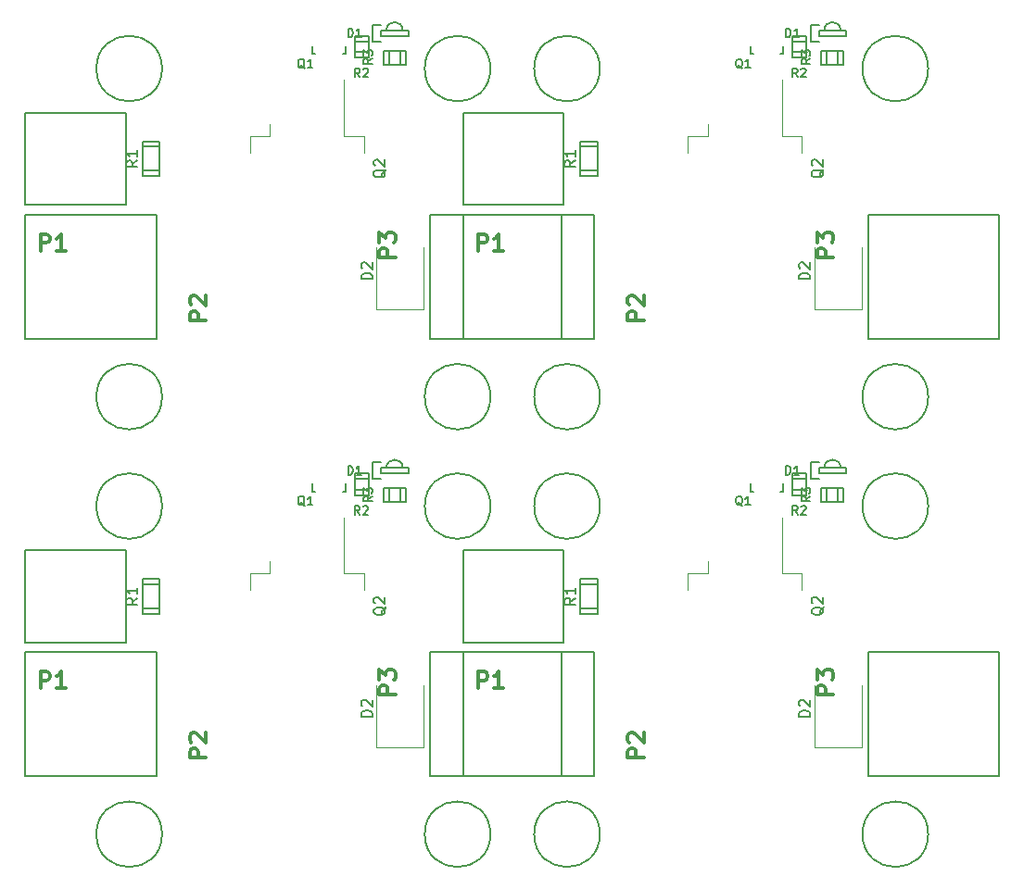
<source format=gbr>
G04 #@! TF.GenerationSoftware,KiCad,Pcbnew,(5.1.5)-3*
G04 #@! TF.CreationDate,2019-12-17T16:33:14+01:00*
G04 #@! TF.ProjectId,Copper,436f7070-6572-42e6-9b69-6361645f7063,rev?*
G04 #@! TF.SameCoordinates,Original*
G04 #@! TF.FileFunction,Legend,Top*
G04 #@! TF.FilePolarity,Positive*
%FSLAX46Y46*%
G04 Gerber Fmt 4.6, Leading zero omitted, Abs format (unit mm)*
G04 Created by KiCad (PCBNEW (5.1.5)-3) date 2019-12-17 16:33:14*
%MOMM*%
%LPD*%
G04 APERTURE LIST*
%ADD10C,0.150000*%
%ADD11C,0.120000*%
%ADD12C,0.300000*%
%ADD13C,0.200000*%
G04 APERTURE END LIST*
D10*
X126500000Y-128500000D02*
G75*
G03X126500000Y-128500000I-3000000J0D01*
G01*
X114000000Y-102550000D02*
X123200000Y-102550000D01*
X123200000Y-102550000D02*
X123200000Y-110950000D01*
X123200000Y-110950000D02*
X114000000Y-110950000D01*
X114000000Y-102550000D02*
X114000000Y-110950000D01*
X126500000Y-98500000D02*
G75*
G03X126500000Y-98500000I-3000000J0D01*
G01*
X140250180Y-97150240D02*
X140250180Y-96449200D01*
X140450840Y-97150240D02*
X140250180Y-97150240D01*
X143249820Y-97150240D02*
X143000900Y-97150240D01*
X143249820Y-96449200D02*
X143249820Y-97150240D01*
X140450840Y-97150240D02*
X140499100Y-97150240D01*
X156500000Y-98500000D02*
G75*
G03X156500000Y-98500000I-3000000J0D01*
G01*
X156500000Y-128500000D02*
G75*
G03X156500000Y-128500000I-3000000J0D01*
G01*
X114000000Y-123220000D02*
X126000000Y-123220000D01*
X114000000Y-111860000D02*
X114000000Y-123220000D01*
X126000000Y-111860000D02*
X114000000Y-111860000D01*
X126000000Y-123220000D02*
X126000000Y-111860000D01*
X163000000Y-111860000D02*
X151000000Y-111860000D01*
X163000000Y-123220000D02*
X163000000Y-111860000D01*
X151000000Y-123220000D02*
X163000000Y-123220000D01*
X151000000Y-111860000D02*
X151000000Y-123220000D01*
D11*
X144950000Y-106175000D02*
X144950000Y-104675000D01*
X144950000Y-104675000D02*
X143140000Y-104675000D01*
X143140000Y-104675000D02*
X143140000Y-99550000D01*
X134550000Y-106175000D02*
X134550000Y-104675000D01*
X134550000Y-104675000D02*
X136360000Y-104675000D01*
X136360000Y-104675000D02*
X136360000Y-103575000D01*
D10*
X147250000Y-98150000D02*
X147250000Y-96875000D01*
X148250000Y-98125000D02*
X148250000Y-96875000D01*
X146750000Y-98125000D02*
X148750000Y-98125000D01*
X146750000Y-96875000D02*
X146750000Y-98125000D01*
X148750000Y-96875000D02*
X146750000Y-96875000D01*
X148750000Y-98125000D02*
X148750000Y-96875000D01*
X145400000Y-97000000D02*
X144125000Y-97000000D01*
X145375000Y-96000000D02*
X144125000Y-96000000D01*
X145375000Y-97500000D02*
X145375000Y-95500000D01*
X144125000Y-97500000D02*
X145375000Y-97500000D01*
X144125000Y-95500000D02*
X144125000Y-97500000D01*
X145375000Y-95500000D02*
X144125000Y-95500000D01*
X124700000Y-105650000D02*
X126300000Y-105650000D01*
X124700000Y-107850000D02*
X126300000Y-107850000D01*
X124700000Y-105150000D02*
X124700000Y-108350000D01*
X126300000Y-105150000D02*
X124700000Y-105150000D01*
X126300000Y-108350000D02*
X126300000Y-105150000D01*
X124700000Y-108350000D02*
X126300000Y-108350000D01*
X145750000Y-96000000D02*
X145750000Y-94500000D01*
X146500000Y-96000000D02*
X145750000Y-96000000D01*
X146500000Y-94500000D02*
X145750000Y-94500000D01*
X148500000Y-95000000D02*
G75*
G03X147000000Y-95000000I-750000J0D01*
G01*
X146500000Y-95000000D02*
X146500000Y-95500000D01*
X149000000Y-95000000D02*
X146500000Y-95000000D01*
X149000000Y-95500000D02*
X149000000Y-95000000D01*
X146500000Y-95500000D02*
X149000000Y-95500000D01*
D11*
X146100000Y-120550000D02*
X150400000Y-120550000D01*
X150400000Y-120550000D02*
X150400000Y-114850000D01*
X146100000Y-120550000D02*
X146100000Y-114850000D01*
D10*
X86500000Y-128500000D02*
G75*
G03X86500000Y-128500000I-3000000J0D01*
G01*
X74000000Y-102550000D02*
X83200000Y-102550000D01*
X83200000Y-102550000D02*
X83200000Y-110950000D01*
X83200000Y-110950000D02*
X74000000Y-110950000D01*
X74000000Y-102550000D02*
X74000000Y-110950000D01*
X86500000Y-98500000D02*
G75*
G03X86500000Y-98500000I-3000000J0D01*
G01*
X100250180Y-97150240D02*
X100250180Y-96449200D01*
X100450840Y-97150240D02*
X100250180Y-97150240D01*
X103249820Y-97150240D02*
X103000900Y-97150240D01*
X103249820Y-96449200D02*
X103249820Y-97150240D01*
X100450840Y-97150240D02*
X100499100Y-97150240D01*
X116500000Y-98500000D02*
G75*
G03X116500000Y-98500000I-3000000J0D01*
G01*
X116500000Y-128500000D02*
G75*
G03X116500000Y-128500000I-3000000J0D01*
G01*
X74000000Y-123220000D02*
X86000000Y-123220000D01*
X74000000Y-111860000D02*
X74000000Y-123220000D01*
X86000000Y-111860000D02*
X74000000Y-111860000D01*
X86000000Y-123220000D02*
X86000000Y-111860000D01*
X123000000Y-111860000D02*
X111000000Y-111860000D01*
X123000000Y-123220000D02*
X123000000Y-111860000D01*
X111000000Y-123220000D02*
X123000000Y-123220000D01*
X111000000Y-111860000D02*
X111000000Y-123220000D01*
D11*
X104950000Y-106175000D02*
X104950000Y-104675000D01*
X104950000Y-104675000D02*
X103140000Y-104675000D01*
X103140000Y-104675000D02*
X103140000Y-99550000D01*
X94550000Y-106175000D02*
X94550000Y-104675000D01*
X94550000Y-104675000D02*
X96360000Y-104675000D01*
X96360000Y-104675000D02*
X96360000Y-103575000D01*
D10*
X107250000Y-98150000D02*
X107250000Y-96875000D01*
X108250000Y-98125000D02*
X108250000Y-96875000D01*
X106750000Y-98125000D02*
X108750000Y-98125000D01*
X106750000Y-96875000D02*
X106750000Y-98125000D01*
X108750000Y-96875000D02*
X106750000Y-96875000D01*
X108750000Y-98125000D02*
X108750000Y-96875000D01*
X105400000Y-97000000D02*
X104125000Y-97000000D01*
X105375000Y-96000000D02*
X104125000Y-96000000D01*
X105375000Y-97500000D02*
X105375000Y-95500000D01*
X104125000Y-97500000D02*
X105375000Y-97500000D01*
X104125000Y-95500000D02*
X104125000Y-97500000D01*
X105375000Y-95500000D02*
X104125000Y-95500000D01*
X84700000Y-105650000D02*
X86300000Y-105650000D01*
X84700000Y-107850000D02*
X86300000Y-107850000D01*
X84700000Y-105150000D02*
X84700000Y-108350000D01*
X86300000Y-105150000D02*
X84700000Y-105150000D01*
X86300000Y-108350000D02*
X86300000Y-105150000D01*
X84700000Y-108350000D02*
X86300000Y-108350000D01*
X105750000Y-96000000D02*
X105750000Y-94500000D01*
X106500000Y-96000000D02*
X105750000Y-96000000D01*
X106500000Y-94500000D02*
X105750000Y-94500000D01*
X108500000Y-95000000D02*
G75*
G03X107000000Y-95000000I-750000J0D01*
G01*
X106500000Y-95000000D02*
X106500000Y-95500000D01*
X109000000Y-95000000D02*
X106500000Y-95000000D01*
X109000000Y-95500000D02*
X109000000Y-95000000D01*
X106500000Y-95500000D02*
X109000000Y-95500000D01*
D11*
X106100000Y-120550000D02*
X110400000Y-120550000D01*
X110400000Y-120550000D02*
X110400000Y-114850000D01*
X106100000Y-120550000D02*
X106100000Y-114850000D01*
D10*
X126500000Y-168500000D02*
G75*
G03X126500000Y-168500000I-3000000J0D01*
G01*
X114000000Y-142550000D02*
X123200000Y-142550000D01*
X123200000Y-142550000D02*
X123200000Y-150950000D01*
X123200000Y-150950000D02*
X114000000Y-150950000D01*
X114000000Y-142550000D02*
X114000000Y-150950000D01*
X126500000Y-138500000D02*
G75*
G03X126500000Y-138500000I-3000000J0D01*
G01*
X140250180Y-137150240D02*
X140250180Y-136449200D01*
X140450840Y-137150240D02*
X140250180Y-137150240D01*
X143249820Y-137150240D02*
X143000900Y-137150240D01*
X143249820Y-136449200D02*
X143249820Y-137150240D01*
X140450840Y-137150240D02*
X140499100Y-137150240D01*
X156500000Y-138500000D02*
G75*
G03X156500000Y-138500000I-3000000J0D01*
G01*
X156500000Y-168500000D02*
G75*
G03X156500000Y-168500000I-3000000J0D01*
G01*
X114000000Y-163220000D02*
X126000000Y-163220000D01*
X114000000Y-151860000D02*
X114000000Y-163220000D01*
X126000000Y-151860000D02*
X114000000Y-151860000D01*
X126000000Y-163220000D02*
X126000000Y-151860000D01*
X163000000Y-151860000D02*
X151000000Y-151860000D01*
X163000000Y-163220000D02*
X163000000Y-151860000D01*
X151000000Y-163220000D02*
X163000000Y-163220000D01*
X151000000Y-151860000D02*
X151000000Y-163220000D01*
D11*
X144950000Y-146175000D02*
X144950000Y-144675000D01*
X144950000Y-144675000D02*
X143140000Y-144675000D01*
X143140000Y-144675000D02*
X143140000Y-139550000D01*
X134550000Y-146175000D02*
X134550000Y-144675000D01*
X134550000Y-144675000D02*
X136360000Y-144675000D01*
X136360000Y-144675000D02*
X136360000Y-143575000D01*
D10*
X147250000Y-138150000D02*
X147250000Y-136875000D01*
X148250000Y-138125000D02*
X148250000Y-136875000D01*
X146750000Y-138125000D02*
X148750000Y-138125000D01*
X146750000Y-136875000D02*
X146750000Y-138125000D01*
X148750000Y-136875000D02*
X146750000Y-136875000D01*
X148750000Y-138125000D02*
X148750000Y-136875000D01*
X145400000Y-137000000D02*
X144125000Y-137000000D01*
X145375000Y-136000000D02*
X144125000Y-136000000D01*
X145375000Y-137500000D02*
X145375000Y-135500000D01*
X144125000Y-137500000D02*
X145375000Y-137500000D01*
X144125000Y-135500000D02*
X144125000Y-137500000D01*
X145375000Y-135500000D02*
X144125000Y-135500000D01*
X124700000Y-145650000D02*
X126300000Y-145650000D01*
X124700000Y-147850000D02*
X126300000Y-147850000D01*
X124700000Y-145150000D02*
X124700000Y-148350000D01*
X126300000Y-145150000D02*
X124700000Y-145150000D01*
X126300000Y-148350000D02*
X126300000Y-145150000D01*
X124700000Y-148350000D02*
X126300000Y-148350000D01*
X145750000Y-136000000D02*
X145750000Y-134500000D01*
X146500000Y-136000000D02*
X145750000Y-136000000D01*
X146500000Y-134500000D02*
X145750000Y-134500000D01*
X148500000Y-135000000D02*
G75*
G03X147000000Y-135000000I-750000J0D01*
G01*
X146500000Y-135000000D02*
X146500000Y-135500000D01*
X149000000Y-135000000D02*
X146500000Y-135000000D01*
X149000000Y-135500000D02*
X149000000Y-135000000D01*
X146500000Y-135500000D02*
X149000000Y-135500000D01*
D11*
X146100000Y-160550000D02*
X150400000Y-160550000D01*
X150400000Y-160550000D02*
X150400000Y-154850000D01*
X146100000Y-160550000D02*
X146100000Y-154850000D01*
X106100000Y-160550000D02*
X106100000Y-154850000D01*
X110400000Y-160550000D02*
X110400000Y-154850000D01*
X106100000Y-160550000D02*
X110400000Y-160550000D01*
D10*
X116500000Y-138500000D02*
G75*
G03X116500000Y-138500000I-3000000J0D01*
G01*
X108750000Y-138125000D02*
X108750000Y-136875000D01*
X108750000Y-136875000D02*
X106750000Y-136875000D01*
X106750000Y-136875000D02*
X106750000Y-138125000D01*
X106750000Y-138125000D02*
X108750000Y-138125000D01*
X108250000Y-138125000D02*
X108250000Y-136875000D01*
X107250000Y-138150000D02*
X107250000Y-136875000D01*
X105375000Y-135500000D02*
X104125000Y-135500000D01*
X104125000Y-135500000D02*
X104125000Y-137500000D01*
X104125000Y-137500000D02*
X105375000Y-137500000D01*
X105375000Y-137500000D02*
X105375000Y-135500000D01*
X105375000Y-136000000D02*
X104125000Y-136000000D01*
X105400000Y-137000000D02*
X104125000Y-137000000D01*
X84700000Y-148350000D02*
X86300000Y-148350000D01*
X86300000Y-148350000D02*
X86300000Y-145150000D01*
X86300000Y-145150000D02*
X84700000Y-145150000D01*
X84700000Y-145150000D02*
X84700000Y-148350000D01*
X84700000Y-147850000D02*
X86300000Y-147850000D01*
X84700000Y-145650000D02*
X86300000Y-145650000D01*
X106500000Y-135500000D02*
X109000000Y-135500000D01*
X109000000Y-135500000D02*
X109000000Y-135000000D01*
X109000000Y-135000000D02*
X106500000Y-135000000D01*
X106500000Y-135000000D02*
X106500000Y-135500000D01*
X108500000Y-135000000D02*
G75*
G03X107000000Y-135000000I-750000J0D01*
G01*
X106500000Y-134500000D02*
X105750000Y-134500000D01*
X106500000Y-136000000D02*
X105750000Y-136000000D01*
X105750000Y-136000000D02*
X105750000Y-134500000D01*
X116500000Y-168500000D02*
G75*
G03X116500000Y-168500000I-3000000J0D01*
G01*
X86500000Y-168500000D02*
G75*
G03X86500000Y-168500000I-3000000J0D01*
G01*
X86500000Y-138500000D02*
G75*
G03X86500000Y-138500000I-3000000J0D01*
G01*
D11*
X96360000Y-144675000D02*
X96360000Y-143575000D01*
X94550000Y-144675000D02*
X96360000Y-144675000D01*
X94550000Y-146175000D02*
X94550000Y-144675000D01*
X103140000Y-144675000D02*
X103140000Y-139550000D01*
X104950000Y-144675000D02*
X103140000Y-144675000D01*
X104950000Y-146175000D02*
X104950000Y-144675000D01*
D10*
X74000000Y-142550000D02*
X74000000Y-150950000D01*
X83200000Y-150950000D02*
X74000000Y-150950000D01*
X83200000Y-142550000D02*
X83200000Y-150950000D01*
X74000000Y-142550000D02*
X83200000Y-142550000D01*
X86000000Y-163220000D02*
X86000000Y-151860000D01*
X86000000Y-151860000D02*
X74000000Y-151860000D01*
X74000000Y-151860000D02*
X74000000Y-163220000D01*
X74000000Y-163220000D02*
X86000000Y-163220000D01*
X111000000Y-151860000D02*
X111000000Y-163220000D01*
X111000000Y-163220000D02*
X123000000Y-163220000D01*
X123000000Y-163220000D02*
X123000000Y-151860000D01*
X123000000Y-151860000D02*
X111000000Y-151860000D01*
X100450840Y-137150240D02*
X100499100Y-137150240D01*
X103249820Y-136449200D02*
X103249820Y-137150240D01*
X103249820Y-137150240D02*
X103000900Y-137150240D01*
X100450840Y-137150240D02*
X100250180Y-137150240D01*
X100250180Y-137150240D02*
X100250180Y-136449200D01*
D12*
X115392857Y-115146571D02*
X115392857Y-113646571D01*
X115964285Y-113646571D01*
X116107142Y-113718000D01*
X116178571Y-113789428D01*
X116250000Y-113932285D01*
X116250000Y-114146571D01*
X116178571Y-114289428D01*
X116107142Y-114360857D01*
X115964285Y-114432285D01*
X115392857Y-114432285D01*
X117678571Y-115146571D02*
X116821428Y-115146571D01*
X117250000Y-115146571D02*
X117250000Y-113646571D01*
X117107142Y-113860857D01*
X116964285Y-114003714D01*
X116821428Y-114075142D01*
D13*
X139521809Y-98490095D02*
X139445619Y-98452000D01*
X139369428Y-98375809D01*
X139255142Y-98261523D01*
X139178952Y-98223428D01*
X139102761Y-98223428D01*
X139140857Y-98413904D02*
X139064666Y-98375809D01*
X138988476Y-98299619D01*
X138950380Y-98147238D01*
X138950380Y-97880571D01*
X138988476Y-97728190D01*
X139064666Y-97652000D01*
X139140857Y-97613904D01*
X139293238Y-97613904D01*
X139369428Y-97652000D01*
X139445619Y-97728190D01*
X139483714Y-97880571D01*
X139483714Y-98147238D01*
X139445619Y-98299619D01*
X139369428Y-98375809D01*
X139293238Y-98413904D01*
X139140857Y-98413904D01*
X140245619Y-98413904D02*
X139788476Y-98413904D01*
X140017047Y-98413904D02*
X140017047Y-97613904D01*
X139940857Y-97728190D01*
X139864666Y-97804380D01*
X139788476Y-97842476D01*
D12*
X130526571Y-121527142D02*
X129026571Y-121527142D01*
X129026571Y-120955714D01*
X129098000Y-120812857D01*
X129169428Y-120741428D01*
X129312285Y-120670000D01*
X129526571Y-120670000D01*
X129669428Y-120741428D01*
X129740857Y-120812857D01*
X129812285Y-120955714D01*
X129812285Y-121527142D01*
X129169428Y-120098571D02*
X129098000Y-120027142D01*
X129026571Y-119884285D01*
X129026571Y-119527142D01*
X129098000Y-119384285D01*
X129169428Y-119312857D01*
X129312285Y-119241428D01*
X129455142Y-119241428D01*
X129669428Y-119312857D01*
X130526571Y-120170000D01*
X130526571Y-119241428D01*
X147830571Y-115767142D02*
X146330571Y-115767142D01*
X146330571Y-115195714D01*
X146402000Y-115052857D01*
X146473428Y-114981428D01*
X146616285Y-114910000D01*
X146830571Y-114910000D01*
X146973428Y-114981428D01*
X147044857Y-115052857D01*
X147116285Y-115195714D01*
X147116285Y-115767142D01*
X146330571Y-114410000D02*
X146330571Y-113481428D01*
X146902000Y-113981428D01*
X146902000Y-113767142D01*
X146973428Y-113624285D01*
X147044857Y-113552857D01*
X147187714Y-113481428D01*
X147544857Y-113481428D01*
X147687714Y-113552857D01*
X147759142Y-113624285D01*
X147830571Y-113767142D01*
X147830571Y-114195714D01*
X147759142Y-114338571D01*
X147687714Y-114410000D01*
D10*
X146947619Y-107720238D02*
X146900000Y-107815476D01*
X146804761Y-107910714D01*
X146661904Y-108053571D01*
X146614285Y-108148809D01*
X146614285Y-108244047D01*
X146852380Y-108196428D02*
X146804761Y-108291666D01*
X146709523Y-108386904D01*
X146519047Y-108434523D01*
X146185714Y-108434523D01*
X145995238Y-108386904D01*
X145900000Y-108291666D01*
X145852380Y-108196428D01*
X145852380Y-108005952D01*
X145900000Y-107910714D01*
X145995238Y-107815476D01*
X146185714Y-107767857D01*
X146519047Y-107767857D01*
X146709523Y-107815476D01*
X146804761Y-107910714D01*
X146852380Y-108005952D01*
X146852380Y-108196428D01*
X145947619Y-107386904D02*
X145900000Y-107339285D01*
X145852380Y-107244047D01*
X145852380Y-107005952D01*
X145900000Y-106910714D01*
X145947619Y-106863095D01*
X146042857Y-106815476D01*
X146138095Y-106815476D01*
X146280952Y-106863095D01*
X146852380Y-107434523D01*
X146852380Y-106815476D01*
D13*
X145699904Y-97593333D02*
X145318952Y-97860000D01*
X145699904Y-98050476D02*
X144899904Y-98050476D01*
X144899904Y-97745714D01*
X144938000Y-97669523D01*
X144976095Y-97631428D01*
X145052285Y-97593333D01*
X145166571Y-97593333D01*
X145242761Y-97631428D01*
X145280857Y-97669523D01*
X145318952Y-97745714D01*
X145318952Y-98050476D01*
X144899904Y-97326666D02*
X144899904Y-96831428D01*
X145204666Y-97098095D01*
X145204666Y-96983809D01*
X145242761Y-96907619D01*
X145280857Y-96869523D01*
X145357047Y-96831428D01*
X145547523Y-96831428D01*
X145623714Y-96869523D01*
X145661809Y-96907619D01*
X145699904Y-96983809D01*
X145699904Y-97212380D01*
X145661809Y-97288571D01*
X145623714Y-97326666D01*
X144576666Y-99273904D02*
X144310000Y-98892952D01*
X144119523Y-99273904D02*
X144119523Y-98473904D01*
X144424285Y-98473904D01*
X144500476Y-98512000D01*
X144538571Y-98550095D01*
X144576666Y-98626285D01*
X144576666Y-98740571D01*
X144538571Y-98816761D01*
X144500476Y-98854857D01*
X144424285Y-98892952D01*
X144119523Y-98892952D01*
X144881428Y-98550095D02*
X144919523Y-98512000D01*
X144995714Y-98473904D01*
X145186190Y-98473904D01*
X145262380Y-98512000D01*
X145300476Y-98550095D01*
X145338571Y-98626285D01*
X145338571Y-98702476D01*
X145300476Y-98816761D01*
X144843333Y-99273904D01*
X145338571Y-99273904D01*
X124252380Y-106916666D02*
X123776190Y-107250000D01*
X124252380Y-107488095D02*
X123252380Y-107488095D01*
X123252380Y-107107142D01*
X123300000Y-107011904D01*
X123347619Y-106964285D01*
X123442857Y-106916666D01*
X123585714Y-106916666D01*
X123680952Y-106964285D01*
X123728571Y-107011904D01*
X123776190Y-107107142D01*
X123776190Y-107488095D01*
X124252380Y-105964285D02*
X124252380Y-106535714D01*
X124252380Y-106250000D02*
X123252380Y-106250000D01*
X123395238Y-106345238D01*
X123490476Y-106440476D01*
X123538095Y-106535714D01*
X143489523Y-95627904D02*
X143489523Y-94827904D01*
X143680000Y-94827904D01*
X143794285Y-94866000D01*
X143870476Y-94942190D01*
X143908571Y-95018380D01*
X143946666Y-95170761D01*
X143946666Y-95285047D01*
X143908571Y-95437428D01*
X143870476Y-95513619D01*
X143794285Y-95589809D01*
X143680000Y-95627904D01*
X143489523Y-95627904D01*
X144708571Y-95627904D02*
X144251428Y-95627904D01*
X144480000Y-95627904D02*
X144480000Y-94827904D01*
X144403809Y-94942190D01*
X144327619Y-95018380D01*
X144251428Y-95056476D01*
D10*
X145702380Y-117738095D02*
X144702380Y-117738095D01*
X144702380Y-117500000D01*
X144750000Y-117357142D01*
X144845238Y-117261904D01*
X144940476Y-117214285D01*
X145130952Y-117166666D01*
X145273809Y-117166666D01*
X145464285Y-117214285D01*
X145559523Y-117261904D01*
X145654761Y-117357142D01*
X145702380Y-117500000D01*
X145702380Y-117738095D01*
X144797619Y-116785714D02*
X144750000Y-116738095D01*
X144702380Y-116642857D01*
X144702380Y-116404761D01*
X144750000Y-116309523D01*
X144797619Y-116261904D01*
X144892857Y-116214285D01*
X144988095Y-116214285D01*
X145130952Y-116261904D01*
X145702380Y-116833333D01*
X145702380Y-116214285D01*
D12*
X75392857Y-115146571D02*
X75392857Y-113646571D01*
X75964285Y-113646571D01*
X76107142Y-113718000D01*
X76178571Y-113789428D01*
X76250000Y-113932285D01*
X76250000Y-114146571D01*
X76178571Y-114289428D01*
X76107142Y-114360857D01*
X75964285Y-114432285D01*
X75392857Y-114432285D01*
X77678571Y-115146571D02*
X76821428Y-115146571D01*
X77250000Y-115146571D02*
X77250000Y-113646571D01*
X77107142Y-113860857D01*
X76964285Y-114003714D01*
X76821428Y-114075142D01*
D13*
X99521809Y-98490095D02*
X99445619Y-98452000D01*
X99369428Y-98375809D01*
X99255142Y-98261523D01*
X99178952Y-98223428D01*
X99102761Y-98223428D01*
X99140857Y-98413904D02*
X99064666Y-98375809D01*
X98988476Y-98299619D01*
X98950380Y-98147238D01*
X98950380Y-97880571D01*
X98988476Y-97728190D01*
X99064666Y-97652000D01*
X99140857Y-97613904D01*
X99293238Y-97613904D01*
X99369428Y-97652000D01*
X99445619Y-97728190D01*
X99483714Y-97880571D01*
X99483714Y-98147238D01*
X99445619Y-98299619D01*
X99369428Y-98375809D01*
X99293238Y-98413904D01*
X99140857Y-98413904D01*
X100245619Y-98413904D02*
X99788476Y-98413904D01*
X100017047Y-98413904D02*
X100017047Y-97613904D01*
X99940857Y-97728190D01*
X99864666Y-97804380D01*
X99788476Y-97842476D01*
D12*
X90526571Y-121527142D02*
X89026571Y-121527142D01*
X89026571Y-120955714D01*
X89098000Y-120812857D01*
X89169428Y-120741428D01*
X89312285Y-120670000D01*
X89526571Y-120670000D01*
X89669428Y-120741428D01*
X89740857Y-120812857D01*
X89812285Y-120955714D01*
X89812285Y-121527142D01*
X89169428Y-120098571D02*
X89098000Y-120027142D01*
X89026571Y-119884285D01*
X89026571Y-119527142D01*
X89098000Y-119384285D01*
X89169428Y-119312857D01*
X89312285Y-119241428D01*
X89455142Y-119241428D01*
X89669428Y-119312857D01*
X90526571Y-120170000D01*
X90526571Y-119241428D01*
X107830571Y-115767142D02*
X106330571Y-115767142D01*
X106330571Y-115195714D01*
X106402000Y-115052857D01*
X106473428Y-114981428D01*
X106616285Y-114910000D01*
X106830571Y-114910000D01*
X106973428Y-114981428D01*
X107044857Y-115052857D01*
X107116285Y-115195714D01*
X107116285Y-115767142D01*
X106330571Y-114410000D02*
X106330571Y-113481428D01*
X106902000Y-113981428D01*
X106902000Y-113767142D01*
X106973428Y-113624285D01*
X107044857Y-113552857D01*
X107187714Y-113481428D01*
X107544857Y-113481428D01*
X107687714Y-113552857D01*
X107759142Y-113624285D01*
X107830571Y-113767142D01*
X107830571Y-114195714D01*
X107759142Y-114338571D01*
X107687714Y-114410000D01*
D10*
X106947619Y-107720238D02*
X106900000Y-107815476D01*
X106804761Y-107910714D01*
X106661904Y-108053571D01*
X106614285Y-108148809D01*
X106614285Y-108244047D01*
X106852380Y-108196428D02*
X106804761Y-108291666D01*
X106709523Y-108386904D01*
X106519047Y-108434523D01*
X106185714Y-108434523D01*
X105995238Y-108386904D01*
X105900000Y-108291666D01*
X105852380Y-108196428D01*
X105852380Y-108005952D01*
X105900000Y-107910714D01*
X105995238Y-107815476D01*
X106185714Y-107767857D01*
X106519047Y-107767857D01*
X106709523Y-107815476D01*
X106804761Y-107910714D01*
X106852380Y-108005952D01*
X106852380Y-108196428D01*
X105947619Y-107386904D02*
X105900000Y-107339285D01*
X105852380Y-107244047D01*
X105852380Y-107005952D01*
X105900000Y-106910714D01*
X105947619Y-106863095D01*
X106042857Y-106815476D01*
X106138095Y-106815476D01*
X106280952Y-106863095D01*
X106852380Y-107434523D01*
X106852380Y-106815476D01*
D13*
X105699904Y-97593333D02*
X105318952Y-97860000D01*
X105699904Y-98050476D02*
X104899904Y-98050476D01*
X104899904Y-97745714D01*
X104938000Y-97669523D01*
X104976095Y-97631428D01*
X105052285Y-97593333D01*
X105166571Y-97593333D01*
X105242761Y-97631428D01*
X105280857Y-97669523D01*
X105318952Y-97745714D01*
X105318952Y-98050476D01*
X104899904Y-97326666D02*
X104899904Y-96831428D01*
X105204666Y-97098095D01*
X105204666Y-96983809D01*
X105242761Y-96907619D01*
X105280857Y-96869523D01*
X105357047Y-96831428D01*
X105547523Y-96831428D01*
X105623714Y-96869523D01*
X105661809Y-96907619D01*
X105699904Y-96983809D01*
X105699904Y-97212380D01*
X105661809Y-97288571D01*
X105623714Y-97326666D01*
X104576666Y-99273904D02*
X104310000Y-98892952D01*
X104119523Y-99273904D02*
X104119523Y-98473904D01*
X104424285Y-98473904D01*
X104500476Y-98512000D01*
X104538571Y-98550095D01*
X104576666Y-98626285D01*
X104576666Y-98740571D01*
X104538571Y-98816761D01*
X104500476Y-98854857D01*
X104424285Y-98892952D01*
X104119523Y-98892952D01*
X104881428Y-98550095D02*
X104919523Y-98512000D01*
X104995714Y-98473904D01*
X105186190Y-98473904D01*
X105262380Y-98512000D01*
X105300476Y-98550095D01*
X105338571Y-98626285D01*
X105338571Y-98702476D01*
X105300476Y-98816761D01*
X104843333Y-99273904D01*
X105338571Y-99273904D01*
X84252380Y-106916666D02*
X83776190Y-107250000D01*
X84252380Y-107488095D02*
X83252380Y-107488095D01*
X83252380Y-107107142D01*
X83300000Y-107011904D01*
X83347619Y-106964285D01*
X83442857Y-106916666D01*
X83585714Y-106916666D01*
X83680952Y-106964285D01*
X83728571Y-107011904D01*
X83776190Y-107107142D01*
X83776190Y-107488095D01*
X84252380Y-105964285D02*
X84252380Y-106535714D01*
X84252380Y-106250000D02*
X83252380Y-106250000D01*
X83395238Y-106345238D01*
X83490476Y-106440476D01*
X83538095Y-106535714D01*
X103489523Y-95627904D02*
X103489523Y-94827904D01*
X103680000Y-94827904D01*
X103794285Y-94866000D01*
X103870476Y-94942190D01*
X103908571Y-95018380D01*
X103946666Y-95170761D01*
X103946666Y-95285047D01*
X103908571Y-95437428D01*
X103870476Y-95513619D01*
X103794285Y-95589809D01*
X103680000Y-95627904D01*
X103489523Y-95627904D01*
X104708571Y-95627904D02*
X104251428Y-95627904D01*
X104480000Y-95627904D02*
X104480000Y-94827904D01*
X104403809Y-94942190D01*
X104327619Y-95018380D01*
X104251428Y-95056476D01*
D10*
X105702380Y-117738095D02*
X104702380Y-117738095D01*
X104702380Y-117500000D01*
X104750000Y-117357142D01*
X104845238Y-117261904D01*
X104940476Y-117214285D01*
X105130952Y-117166666D01*
X105273809Y-117166666D01*
X105464285Y-117214285D01*
X105559523Y-117261904D01*
X105654761Y-117357142D01*
X105702380Y-117500000D01*
X105702380Y-117738095D01*
X104797619Y-116785714D02*
X104750000Y-116738095D01*
X104702380Y-116642857D01*
X104702380Y-116404761D01*
X104750000Y-116309523D01*
X104797619Y-116261904D01*
X104892857Y-116214285D01*
X104988095Y-116214285D01*
X105130952Y-116261904D01*
X105702380Y-116833333D01*
X105702380Y-116214285D01*
D12*
X115392857Y-155146571D02*
X115392857Y-153646571D01*
X115964285Y-153646571D01*
X116107142Y-153718000D01*
X116178571Y-153789428D01*
X116250000Y-153932285D01*
X116250000Y-154146571D01*
X116178571Y-154289428D01*
X116107142Y-154360857D01*
X115964285Y-154432285D01*
X115392857Y-154432285D01*
X117678571Y-155146571D02*
X116821428Y-155146571D01*
X117250000Y-155146571D02*
X117250000Y-153646571D01*
X117107142Y-153860857D01*
X116964285Y-154003714D01*
X116821428Y-154075142D01*
D13*
X139521809Y-138490095D02*
X139445619Y-138452000D01*
X139369428Y-138375809D01*
X139255142Y-138261523D01*
X139178952Y-138223428D01*
X139102761Y-138223428D01*
X139140857Y-138413904D02*
X139064666Y-138375809D01*
X138988476Y-138299619D01*
X138950380Y-138147238D01*
X138950380Y-137880571D01*
X138988476Y-137728190D01*
X139064666Y-137652000D01*
X139140857Y-137613904D01*
X139293238Y-137613904D01*
X139369428Y-137652000D01*
X139445619Y-137728190D01*
X139483714Y-137880571D01*
X139483714Y-138147238D01*
X139445619Y-138299619D01*
X139369428Y-138375809D01*
X139293238Y-138413904D01*
X139140857Y-138413904D01*
X140245619Y-138413904D02*
X139788476Y-138413904D01*
X140017047Y-138413904D02*
X140017047Y-137613904D01*
X139940857Y-137728190D01*
X139864666Y-137804380D01*
X139788476Y-137842476D01*
D12*
X130526571Y-161527142D02*
X129026571Y-161527142D01*
X129026571Y-160955714D01*
X129098000Y-160812857D01*
X129169428Y-160741428D01*
X129312285Y-160670000D01*
X129526571Y-160670000D01*
X129669428Y-160741428D01*
X129740857Y-160812857D01*
X129812285Y-160955714D01*
X129812285Y-161527142D01*
X129169428Y-160098571D02*
X129098000Y-160027142D01*
X129026571Y-159884285D01*
X129026571Y-159527142D01*
X129098000Y-159384285D01*
X129169428Y-159312857D01*
X129312285Y-159241428D01*
X129455142Y-159241428D01*
X129669428Y-159312857D01*
X130526571Y-160170000D01*
X130526571Y-159241428D01*
X147830571Y-155767142D02*
X146330571Y-155767142D01*
X146330571Y-155195714D01*
X146402000Y-155052857D01*
X146473428Y-154981428D01*
X146616285Y-154910000D01*
X146830571Y-154910000D01*
X146973428Y-154981428D01*
X147044857Y-155052857D01*
X147116285Y-155195714D01*
X147116285Y-155767142D01*
X146330571Y-154410000D02*
X146330571Y-153481428D01*
X146902000Y-153981428D01*
X146902000Y-153767142D01*
X146973428Y-153624285D01*
X147044857Y-153552857D01*
X147187714Y-153481428D01*
X147544857Y-153481428D01*
X147687714Y-153552857D01*
X147759142Y-153624285D01*
X147830571Y-153767142D01*
X147830571Y-154195714D01*
X147759142Y-154338571D01*
X147687714Y-154410000D01*
D10*
X146947619Y-147720238D02*
X146900000Y-147815476D01*
X146804761Y-147910714D01*
X146661904Y-148053571D01*
X146614285Y-148148809D01*
X146614285Y-148244047D01*
X146852380Y-148196428D02*
X146804761Y-148291666D01*
X146709523Y-148386904D01*
X146519047Y-148434523D01*
X146185714Y-148434523D01*
X145995238Y-148386904D01*
X145900000Y-148291666D01*
X145852380Y-148196428D01*
X145852380Y-148005952D01*
X145900000Y-147910714D01*
X145995238Y-147815476D01*
X146185714Y-147767857D01*
X146519047Y-147767857D01*
X146709523Y-147815476D01*
X146804761Y-147910714D01*
X146852380Y-148005952D01*
X146852380Y-148196428D01*
X145947619Y-147386904D02*
X145900000Y-147339285D01*
X145852380Y-147244047D01*
X145852380Y-147005952D01*
X145900000Y-146910714D01*
X145947619Y-146863095D01*
X146042857Y-146815476D01*
X146138095Y-146815476D01*
X146280952Y-146863095D01*
X146852380Y-147434523D01*
X146852380Y-146815476D01*
D13*
X145699904Y-137593333D02*
X145318952Y-137860000D01*
X145699904Y-138050476D02*
X144899904Y-138050476D01*
X144899904Y-137745714D01*
X144938000Y-137669523D01*
X144976095Y-137631428D01*
X145052285Y-137593333D01*
X145166571Y-137593333D01*
X145242761Y-137631428D01*
X145280857Y-137669523D01*
X145318952Y-137745714D01*
X145318952Y-138050476D01*
X144899904Y-137326666D02*
X144899904Y-136831428D01*
X145204666Y-137098095D01*
X145204666Y-136983809D01*
X145242761Y-136907619D01*
X145280857Y-136869523D01*
X145357047Y-136831428D01*
X145547523Y-136831428D01*
X145623714Y-136869523D01*
X145661809Y-136907619D01*
X145699904Y-136983809D01*
X145699904Y-137212380D01*
X145661809Y-137288571D01*
X145623714Y-137326666D01*
X144576666Y-139273904D02*
X144310000Y-138892952D01*
X144119523Y-139273904D02*
X144119523Y-138473904D01*
X144424285Y-138473904D01*
X144500476Y-138512000D01*
X144538571Y-138550095D01*
X144576666Y-138626285D01*
X144576666Y-138740571D01*
X144538571Y-138816761D01*
X144500476Y-138854857D01*
X144424285Y-138892952D01*
X144119523Y-138892952D01*
X144881428Y-138550095D02*
X144919523Y-138512000D01*
X144995714Y-138473904D01*
X145186190Y-138473904D01*
X145262380Y-138512000D01*
X145300476Y-138550095D01*
X145338571Y-138626285D01*
X145338571Y-138702476D01*
X145300476Y-138816761D01*
X144843333Y-139273904D01*
X145338571Y-139273904D01*
X124252380Y-146916666D02*
X123776190Y-147250000D01*
X124252380Y-147488095D02*
X123252380Y-147488095D01*
X123252380Y-147107142D01*
X123300000Y-147011904D01*
X123347619Y-146964285D01*
X123442857Y-146916666D01*
X123585714Y-146916666D01*
X123680952Y-146964285D01*
X123728571Y-147011904D01*
X123776190Y-147107142D01*
X123776190Y-147488095D01*
X124252380Y-145964285D02*
X124252380Y-146535714D01*
X124252380Y-146250000D02*
X123252380Y-146250000D01*
X123395238Y-146345238D01*
X123490476Y-146440476D01*
X123538095Y-146535714D01*
X143489523Y-135627904D02*
X143489523Y-134827904D01*
X143680000Y-134827904D01*
X143794285Y-134866000D01*
X143870476Y-134942190D01*
X143908571Y-135018380D01*
X143946666Y-135170761D01*
X143946666Y-135285047D01*
X143908571Y-135437428D01*
X143870476Y-135513619D01*
X143794285Y-135589809D01*
X143680000Y-135627904D01*
X143489523Y-135627904D01*
X144708571Y-135627904D02*
X144251428Y-135627904D01*
X144480000Y-135627904D02*
X144480000Y-134827904D01*
X144403809Y-134942190D01*
X144327619Y-135018380D01*
X144251428Y-135056476D01*
D10*
X145702380Y-157738095D02*
X144702380Y-157738095D01*
X144702380Y-157500000D01*
X144750000Y-157357142D01*
X144845238Y-157261904D01*
X144940476Y-157214285D01*
X145130952Y-157166666D01*
X145273809Y-157166666D01*
X145464285Y-157214285D01*
X145559523Y-157261904D01*
X145654761Y-157357142D01*
X145702380Y-157500000D01*
X145702380Y-157738095D01*
X144797619Y-156785714D02*
X144750000Y-156738095D01*
X144702380Y-156642857D01*
X144702380Y-156404761D01*
X144750000Y-156309523D01*
X144797619Y-156261904D01*
X144892857Y-156214285D01*
X144988095Y-156214285D01*
X145130952Y-156261904D01*
X145702380Y-156833333D01*
X145702380Y-156214285D01*
X105702380Y-157738095D02*
X104702380Y-157738095D01*
X104702380Y-157500000D01*
X104750000Y-157357142D01*
X104845238Y-157261904D01*
X104940476Y-157214285D01*
X105130952Y-157166666D01*
X105273809Y-157166666D01*
X105464285Y-157214285D01*
X105559523Y-157261904D01*
X105654761Y-157357142D01*
X105702380Y-157500000D01*
X105702380Y-157738095D01*
X104797619Y-156785714D02*
X104750000Y-156738095D01*
X104702380Y-156642857D01*
X104702380Y-156404761D01*
X104750000Y-156309523D01*
X104797619Y-156261904D01*
X104892857Y-156214285D01*
X104988095Y-156214285D01*
X105130952Y-156261904D01*
X105702380Y-156833333D01*
X105702380Y-156214285D01*
D13*
X105699904Y-137593333D02*
X105318952Y-137860000D01*
X105699904Y-138050476D02*
X104899904Y-138050476D01*
X104899904Y-137745714D01*
X104938000Y-137669523D01*
X104976095Y-137631428D01*
X105052285Y-137593333D01*
X105166571Y-137593333D01*
X105242761Y-137631428D01*
X105280857Y-137669523D01*
X105318952Y-137745714D01*
X105318952Y-138050476D01*
X104899904Y-137326666D02*
X104899904Y-136831428D01*
X105204666Y-137098095D01*
X105204666Y-136983809D01*
X105242761Y-136907619D01*
X105280857Y-136869523D01*
X105357047Y-136831428D01*
X105547523Y-136831428D01*
X105623714Y-136869523D01*
X105661809Y-136907619D01*
X105699904Y-136983809D01*
X105699904Y-137212380D01*
X105661809Y-137288571D01*
X105623714Y-137326666D01*
X104576666Y-139273904D02*
X104310000Y-138892952D01*
X104119523Y-139273904D02*
X104119523Y-138473904D01*
X104424285Y-138473904D01*
X104500476Y-138512000D01*
X104538571Y-138550095D01*
X104576666Y-138626285D01*
X104576666Y-138740571D01*
X104538571Y-138816761D01*
X104500476Y-138854857D01*
X104424285Y-138892952D01*
X104119523Y-138892952D01*
X104881428Y-138550095D02*
X104919523Y-138512000D01*
X104995714Y-138473904D01*
X105186190Y-138473904D01*
X105262380Y-138512000D01*
X105300476Y-138550095D01*
X105338571Y-138626285D01*
X105338571Y-138702476D01*
X105300476Y-138816761D01*
X104843333Y-139273904D01*
X105338571Y-139273904D01*
X84252380Y-146916666D02*
X83776190Y-147250000D01*
X84252380Y-147488095D02*
X83252380Y-147488095D01*
X83252380Y-147107142D01*
X83300000Y-147011904D01*
X83347619Y-146964285D01*
X83442857Y-146916666D01*
X83585714Y-146916666D01*
X83680952Y-146964285D01*
X83728571Y-147011904D01*
X83776190Y-147107142D01*
X83776190Y-147488095D01*
X84252380Y-145964285D02*
X84252380Y-146535714D01*
X84252380Y-146250000D02*
X83252380Y-146250000D01*
X83395238Y-146345238D01*
X83490476Y-146440476D01*
X83538095Y-146535714D01*
X103489523Y-135627904D02*
X103489523Y-134827904D01*
X103680000Y-134827904D01*
X103794285Y-134866000D01*
X103870476Y-134942190D01*
X103908571Y-135018380D01*
X103946666Y-135170761D01*
X103946666Y-135285047D01*
X103908571Y-135437428D01*
X103870476Y-135513619D01*
X103794285Y-135589809D01*
X103680000Y-135627904D01*
X103489523Y-135627904D01*
X104708571Y-135627904D02*
X104251428Y-135627904D01*
X104480000Y-135627904D02*
X104480000Y-134827904D01*
X104403809Y-134942190D01*
X104327619Y-135018380D01*
X104251428Y-135056476D01*
D10*
X106947619Y-147720238D02*
X106900000Y-147815476D01*
X106804761Y-147910714D01*
X106661904Y-148053571D01*
X106614285Y-148148809D01*
X106614285Y-148244047D01*
X106852380Y-148196428D02*
X106804761Y-148291666D01*
X106709523Y-148386904D01*
X106519047Y-148434523D01*
X106185714Y-148434523D01*
X105995238Y-148386904D01*
X105900000Y-148291666D01*
X105852380Y-148196428D01*
X105852380Y-148005952D01*
X105900000Y-147910714D01*
X105995238Y-147815476D01*
X106185714Y-147767857D01*
X106519047Y-147767857D01*
X106709523Y-147815476D01*
X106804761Y-147910714D01*
X106852380Y-148005952D01*
X106852380Y-148196428D01*
X105947619Y-147386904D02*
X105900000Y-147339285D01*
X105852380Y-147244047D01*
X105852380Y-147005952D01*
X105900000Y-146910714D01*
X105947619Y-146863095D01*
X106042857Y-146815476D01*
X106138095Y-146815476D01*
X106280952Y-146863095D01*
X106852380Y-147434523D01*
X106852380Y-146815476D01*
D12*
X75392857Y-155146571D02*
X75392857Y-153646571D01*
X75964285Y-153646571D01*
X76107142Y-153718000D01*
X76178571Y-153789428D01*
X76250000Y-153932285D01*
X76250000Y-154146571D01*
X76178571Y-154289428D01*
X76107142Y-154360857D01*
X75964285Y-154432285D01*
X75392857Y-154432285D01*
X77678571Y-155146571D02*
X76821428Y-155146571D01*
X77250000Y-155146571D02*
X77250000Y-153646571D01*
X77107142Y-153860857D01*
X76964285Y-154003714D01*
X76821428Y-154075142D01*
X90526571Y-161527142D02*
X89026571Y-161527142D01*
X89026571Y-160955714D01*
X89098000Y-160812857D01*
X89169428Y-160741428D01*
X89312285Y-160670000D01*
X89526571Y-160670000D01*
X89669428Y-160741428D01*
X89740857Y-160812857D01*
X89812285Y-160955714D01*
X89812285Y-161527142D01*
X89169428Y-160098571D02*
X89098000Y-160027142D01*
X89026571Y-159884285D01*
X89026571Y-159527142D01*
X89098000Y-159384285D01*
X89169428Y-159312857D01*
X89312285Y-159241428D01*
X89455142Y-159241428D01*
X89669428Y-159312857D01*
X90526571Y-160170000D01*
X90526571Y-159241428D01*
X107830571Y-155767142D02*
X106330571Y-155767142D01*
X106330571Y-155195714D01*
X106402000Y-155052857D01*
X106473428Y-154981428D01*
X106616285Y-154910000D01*
X106830571Y-154910000D01*
X106973428Y-154981428D01*
X107044857Y-155052857D01*
X107116285Y-155195714D01*
X107116285Y-155767142D01*
X106330571Y-154410000D02*
X106330571Y-153481428D01*
X106902000Y-153981428D01*
X106902000Y-153767142D01*
X106973428Y-153624285D01*
X107044857Y-153552857D01*
X107187714Y-153481428D01*
X107544857Y-153481428D01*
X107687714Y-153552857D01*
X107759142Y-153624285D01*
X107830571Y-153767142D01*
X107830571Y-154195714D01*
X107759142Y-154338571D01*
X107687714Y-154410000D01*
D13*
X99521809Y-138490095D02*
X99445619Y-138452000D01*
X99369428Y-138375809D01*
X99255142Y-138261523D01*
X99178952Y-138223428D01*
X99102761Y-138223428D01*
X99140857Y-138413904D02*
X99064666Y-138375809D01*
X98988476Y-138299619D01*
X98950380Y-138147238D01*
X98950380Y-137880571D01*
X98988476Y-137728190D01*
X99064666Y-137652000D01*
X99140857Y-137613904D01*
X99293238Y-137613904D01*
X99369428Y-137652000D01*
X99445619Y-137728190D01*
X99483714Y-137880571D01*
X99483714Y-138147238D01*
X99445619Y-138299619D01*
X99369428Y-138375809D01*
X99293238Y-138413904D01*
X99140857Y-138413904D01*
X100245619Y-138413904D02*
X99788476Y-138413904D01*
X100017047Y-138413904D02*
X100017047Y-137613904D01*
X99940857Y-137728190D01*
X99864666Y-137804380D01*
X99788476Y-137842476D01*
M02*

</source>
